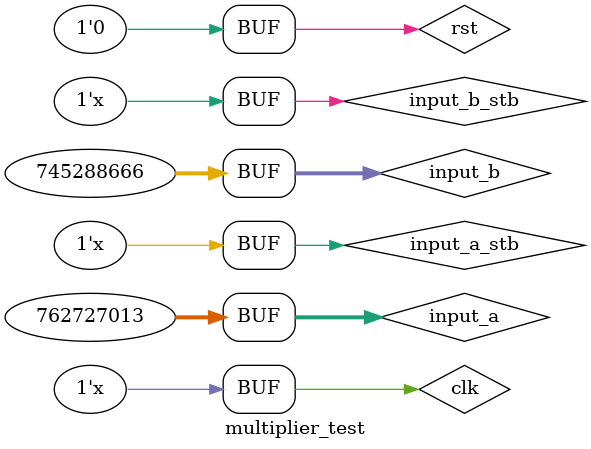
<source format=v>
`timescale 1ns / 1ps


module multiplier_test;

	// Inputs
	reg [31:0] input_a;
	reg [31:0] input_b;
	reg input_a_stb;
	reg input_b_stb;
	reg output_z_ack;
	reg clk;
	reg rst;

	// Outputs
	wire [31:0] output_z;
	wire output_z_stb;
	wire input_a_ack;
	wire input_b_ack;

	// Instantiate the Unit Under Test (UUT)
	multiplier uut (
		.input_a(input_a), 
		.input_b(input_b), 
		.input_a_stb(input_a_stb), 
		.input_b_stb(input_b_stb), 
		.output_z_ack(output_z_ack), 
		.clk(clk), 
		.rst(rst), 
		.output_z(output_z), 
		.output_z_stb(output_z_stb), 
		.input_a_ack(input_a_ack), 
		.input_b_ack(input_b_ack)
	);

	initial begin
		// Initialize Inputs
		input_a = 0;
		input_b = 0;
		input_a_stb = 0;
		input_b_stb = 0;
		output_z_ack = 0;
		clk = 0;
		rst = 1;

		// Wait 100 ns for global reset to finish
		#100;
        
		// Add stimulus here
		rst = 0;
		
		input_a = 32'b00101101011101100100101001100101;
		input_b = 32'b00101100011011000011001111011010;
		input_a_stb = 1;
		input_b_stb = 1;
		#20;
		
	end
	
	always 
	begin
		#5 clk = ~ clk;
		input_a_stb = ~ input_a_stb;
		input_b_stb = ~ input_b_stb;
		if(output_z_stb == 1)
			output_z_ack = 1;
		else 
			output_z_ack = 0;
   end
      
endmodule


</source>
